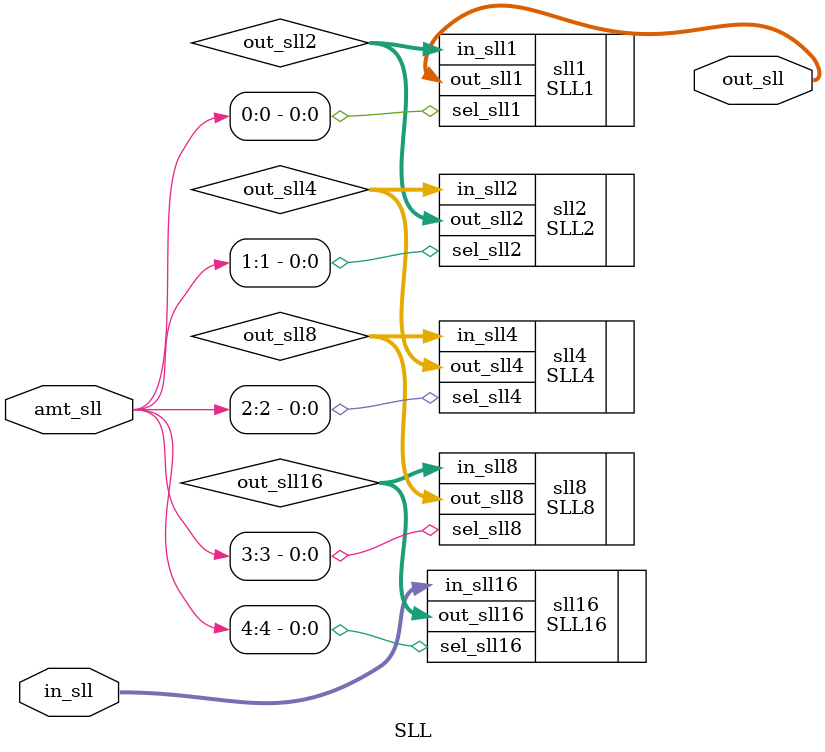
<source format=v>
module SLL(in_sll, amt_sll, out_sll);
  input [31:0] in_sll;
  input [4:0] amt_sll;
  output [31:0] out_sll;
  
  wire [31:0] out_sll16, out_sll8, out_sll4, out_sll2;
  
  SLL16 sll16(.in_sll16(in_sll), .sel_sll16(amt_sll[4]), .out_sll16(out_sll16));
  SLL8 sll8(.in_sll8(out_sll16), .sel_sll8(amt_sll[3]), .out_sll8(out_sll8));
  SLL4 sll4(.in_sll4(out_sll8), .sel_sll4(amt_sll[2]), .out_sll4(out_sll4));
  SLL2 sll2(.in_sll2(out_sll4), .sel_sll2(amt_sll[1]), .out_sll2(out_sll2));
  SLL1 sll1(.in_sll1(out_sll2), .sel_sll1(amt_sll[0]), .out_sll1(out_sll));
  
endmodule
</source>
